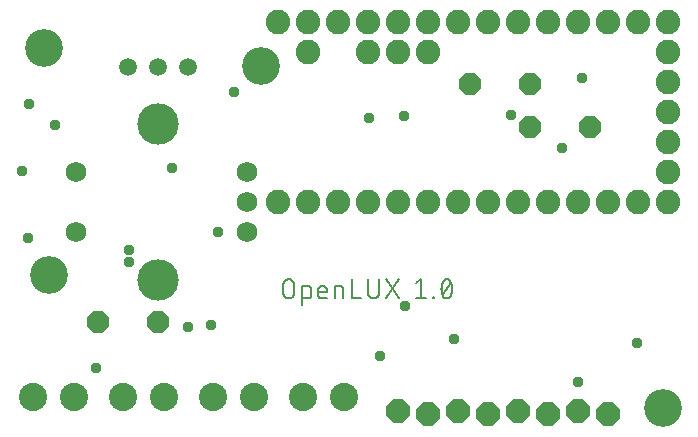
<source format=gbr>
G04 EAGLE Gerber RS-274X export*
G75*
%MOMM*%
%FSLAX34Y34*%
%LPD*%
%INSoldermask Top*%
%IPPOS*%
%AMOC8*
5,1,8,0,0,1.08239X$1,22.5*%
G01*
%ADD10C,3.203200*%
%ADD11C,0.152400*%
%ADD12C,2.082800*%
%ADD13C,1.727200*%
%ADD14C,3.505200*%
%ADD15P,2.144431X8X112.500000*%
%ADD16C,1.511200*%
%ADD17C,2.387600*%
%ADD18P,2.034460X8X22.500000*%
%ADD19C,0.959600*%


D10*
X43160Y346720D03*
X47110Y153900D03*
X567040Y41910D03*
X227290Y330870D03*
D11*
X245772Y146222D02*
X245772Y138998D01*
X245772Y146222D02*
X245774Y146355D01*
X245780Y146487D01*
X245790Y146619D01*
X245803Y146751D01*
X245821Y146883D01*
X245842Y147013D01*
X245867Y147144D01*
X245896Y147273D01*
X245929Y147401D01*
X245965Y147529D01*
X246005Y147655D01*
X246049Y147780D01*
X246097Y147904D01*
X246148Y148026D01*
X246203Y148147D01*
X246261Y148266D01*
X246323Y148384D01*
X246388Y148499D01*
X246457Y148613D01*
X246528Y148724D01*
X246604Y148833D01*
X246682Y148940D01*
X246763Y149045D01*
X246848Y149147D01*
X246935Y149247D01*
X247025Y149344D01*
X247118Y149439D01*
X247214Y149530D01*
X247312Y149619D01*
X247413Y149705D01*
X247517Y149788D01*
X247623Y149868D01*
X247731Y149944D01*
X247841Y150018D01*
X247954Y150088D01*
X248068Y150155D01*
X248185Y150218D01*
X248303Y150278D01*
X248423Y150335D01*
X248545Y150388D01*
X248668Y150437D01*
X248792Y150483D01*
X248918Y150525D01*
X249045Y150563D01*
X249173Y150598D01*
X249302Y150629D01*
X249431Y150656D01*
X249562Y150679D01*
X249693Y150699D01*
X249825Y150714D01*
X249957Y150726D01*
X250089Y150734D01*
X250222Y150738D01*
X250354Y150738D01*
X250487Y150734D01*
X250619Y150726D01*
X250751Y150714D01*
X250883Y150699D01*
X251014Y150679D01*
X251145Y150656D01*
X251274Y150629D01*
X251403Y150598D01*
X251531Y150563D01*
X251658Y150525D01*
X251784Y150483D01*
X251908Y150437D01*
X252031Y150388D01*
X252153Y150335D01*
X252273Y150278D01*
X252391Y150218D01*
X252508Y150155D01*
X252622Y150088D01*
X252735Y150018D01*
X252845Y149944D01*
X252953Y149868D01*
X253059Y149788D01*
X253163Y149705D01*
X253264Y149619D01*
X253362Y149530D01*
X253458Y149439D01*
X253551Y149344D01*
X253641Y149247D01*
X253728Y149147D01*
X253813Y149045D01*
X253894Y148940D01*
X253972Y148833D01*
X254048Y148724D01*
X254119Y148613D01*
X254188Y148499D01*
X254253Y148384D01*
X254315Y148266D01*
X254373Y148147D01*
X254428Y148026D01*
X254479Y147904D01*
X254527Y147780D01*
X254571Y147655D01*
X254611Y147529D01*
X254647Y147401D01*
X254680Y147273D01*
X254709Y147144D01*
X254734Y147013D01*
X254755Y146883D01*
X254773Y146751D01*
X254786Y146619D01*
X254796Y146487D01*
X254802Y146355D01*
X254804Y146222D01*
X254803Y146222D02*
X254803Y138998D01*
X254804Y138998D02*
X254802Y138865D01*
X254796Y138733D01*
X254786Y138601D01*
X254773Y138469D01*
X254755Y138337D01*
X254734Y138207D01*
X254709Y138076D01*
X254680Y137947D01*
X254647Y137819D01*
X254611Y137691D01*
X254571Y137565D01*
X254527Y137440D01*
X254479Y137316D01*
X254428Y137194D01*
X254373Y137073D01*
X254315Y136954D01*
X254253Y136836D01*
X254188Y136721D01*
X254119Y136607D01*
X254048Y136496D01*
X253972Y136387D01*
X253894Y136280D01*
X253813Y136175D01*
X253728Y136073D01*
X253641Y135973D01*
X253551Y135876D01*
X253458Y135781D01*
X253362Y135690D01*
X253264Y135601D01*
X253163Y135515D01*
X253059Y135432D01*
X252953Y135352D01*
X252845Y135276D01*
X252735Y135202D01*
X252622Y135132D01*
X252508Y135065D01*
X252391Y135002D01*
X252273Y134942D01*
X252153Y134885D01*
X252031Y134832D01*
X251908Y134783D01*
X251784Y134737D01*
X251658Y134695D01*
X251531Y134657D01*
X251403Y134622D01*
X251274Y134591D01*
X251145Y134564D01*
X251014Y134541D01*
X250883Y134521D01*
X250751Y134506D01*
X250619Y134494D01*
X250487Y134486D01*
X250354Y134482D01*
X250222Y134482D01*
X250089Y134486D01*
X249957Y134494D01*
X249825Y134506D01*
X249693Y134521D01*
X249562Y134541D01*
X249431Y134564D01*
X249302Y134591D01*
X249173Y134622D01*
X249045Y134657D01*
X248918Y134695D01*
X248792Y134737D01*
X248668Y134783D01*
X248545Y134832D01*
X248423Y134885D01*
X248303Y134942D01*
X248185Y135002D01*
X248068Y135065D01*
X247954Y135132D01*
X247841Y135202D01*
X247731Y135276D01*
X247623Y135352D01*
X247517Y135432D01*
X247413Y135515D01*
X247312Y135601D01*
X247214Y135690D01*
X247118Y135781D01*
X247025Y135876D01*
X246935Y135973D01*
X246848Y136073D01*
X246763Y136175D01*
X246682Y136280D01*
X246604Y136387D01*
X246528Y136496D01*
X246457Y136607D01*
X246388Y136721D01*
X246323Y136836D01*
X246261Y136954D01*
X246203Y137073D01*
X246148Y137194D01*
X246097Y137316D01*
X246049Y137440D01*
X246005Y137565D01*
X245965Y137691D01*
X245929Y137819D01*
X245896Y137947D01*
X245867Y138076D01*
X245842Y138207D01*
X245821Y138337D01*
X245803Y138469D01*
X245790Y138601D01*
X245780Y138733D01*
X245774Y138865D01*
X245772Y138998D01*
X261859Y145319D02*
X261859Y129063D01*
X261859Y145319D02*
X266374Y145319D01*
X266478Y145317D01*
X266581Y145311D01*
X266685Y145301D01*
X266788Y145287D01*
X266890Y145269D01*
X266991Y145248D01*
X267092Y145222D01*
X267191Y145193D01*
X267290Y145160D01*
X267387Y145123D01*
X267482Y145082D01*
X267576Y145038D01*
X267668Y144990D01*
X267758Y144939D01*
X267847Y144884D01*
X267933Y144826D01*
X268016Y144764D01*
X268098Y144700D01*
X268176Y144632D01*
X268252Y144562D01*
X268326Y144489D01*
X268396Y144412D01*
X268464Y144334D01*
X268528Y144252D01*
X268590Y144169D01*
X268648Y144083D01*
X268703Y143994D01*
X268754Y143904D01*
X268802Y143812D01*
X268846Y143718D01*
X268887Y143623D01*
X268924Y143526D01*
X268957Y143427D01*
X268986Y143328D01*
X269012Y143227D01*
X269033Y143126D01*
X269051Y143024D01*
X269065Y142921D01*
X269075Y142817D01*
X269081Y142714D01*
X269083Y142610D01*
X269083Y137191D01*
X269081Y137090D01*
X269075Y136989D01*
X269066Y136888D01*
X269053Y136787D01*
X269036Y136687D01*
X269015Y136588D01*
X268991Y136490D01*
X268963Y136393D01*
X268931Y136296D01*
X268896Y136201D01*
X268857Y136108D01*
X268815Y136016D01*
X268769Y135925D01*
X268720Y135836D01*
X268668Y135750D01*
X268612Y135665D01*
X268554Y135582D01*
X268492Y135502D01*
X268427Y135424D01*
X268360Y135348D01*
X268290Y135275D01*
X268217Y135205D01*
X268141Y135138D01*
X268063Y135073D01*
X267983Y135011D01*
X267900Y134953D01*
X267815Y134897D01*
X267729Y134845D01*
X267640Y134796D01*
X267549Y134750D01*
X267457Y134708D01*
X267364Y134669D01*
X267269Y134634D01*
X267172Y134602D01*
X267075Y134574D01*
X266977Y134550D01*
X266878Y134529D01*
X266778Y134512D01*
X266677Y134499D01*
X266576Y134490D01*
X266475Y134484D01*
X266374Y134482D01*
X261859Y134482D01*
X278042Y134482D02*
X282557Y134482D01*
X278042Y134482D02*
X277941Y134484D01*
X277840Y134490D01*
X277739Y134499D01*
X277638Y134512D01*
X277538Y134529D01*
X277439Y134550D01*
X277341Y134574D01*
X277244Y134602D01*
X277147Y134634D01*
X277052Y134669D01*
X276959Y134708D01*
X276867Y134750D01*
X276776Y134796D01*
X276688Y134845D01*
X276601Y134897D01*
X276516Y134953D01*
X276433Y135011D01*
X276353Y135073D01*
X276275Y135138D01*
X276199Y135205D01*
X276126Y135275D01*
X276056Y135348D01*
X275989Y135424D01*
X275924Y135502D01*
X275862Y135582D01*
X275804Y135665D01*
X275748Y135750D01*
X275696Y135837D01*
X275647Y135925D01*
X275601Y136016D01*
X275559Y136108D01*
X275520Y136201D01*
X275485Y136296D01*
X275453Y136393D01*
X275425Y136490D01*
X275401Y136588D01*
X275380Y136687D01*
X275363Y136787D01*
X275350Y136888D01*
X275341Y136989D01*
X275335Y137090D01*
X275333Y137191D01*
X275332Y137191D02*
X275332Y141707D01*
X275333Y141707D02*
X275335Y141826D01*
X275341Y141946D01*
X275351Y142065D01*
X275365Y142183D01*
X275382Y142302D01*
X275404Y142419D01*
X275429Y142536D01*
X275459Y142651D01*
X275492Y142766D01*
X275529Y142880D01*
X275569Y142992D01*
X275614Y143103D01*
X275662Y143212D01*
X275713Y143320D01*
X275768Y143426D01*
X275827Y143530D01*
X275889Y143632D01*
X275954Y143732D01*
X276023Y143830D01*
X276095Y143926D01*
X276170Y144019D01*
X276247Y144109D01*
X276328Y144197D01*
X276412Y144282D01*
X276499Y144364D01*
X276588Y144444D01*
X276680Y144520D01*
X276774Y144594D01*
X276871Y144664D01*
X276969Y144731D01*
X277070Y144795D01*
X277174Y144855D01*
X277279Y144912D01*
X277386Y144965D01*
X277494Y145015D01*
X277604Y145061D01*
X277716Y145103D01*
X277829Y145142D01*
X277943Y145177D01*
X278058Y145208D01*
X278175Y145236D01*
X278292Y145259D01*
X278409Y145279D01*
X278528Y145295D01*
X278647Y145307D01*
X278766Y145315D01*
X278885Y145319D01*
X279005Y145319D01*
X279124Y145315D01*
X279243Y145307D01*
X279362Y145295D01*
X279481Y145279D01*
X279598Y145259D01*
X279715Y145236D01*
X279832Y145208D01*
X279947Y145177D01*
X280061Y145142D01*
X280174Y145103D01*
X280286Y145061D01*
X280396Y145015D01*
X280504Y144965D01*
X280611Y144912D01*
X280716Y144855D01*
X280820Y144795D01*
X280921Y144731D01*
X281019Y144664D01*
X281116Y144594D01*
X281210Y144520D01*
X281302Y144444D01*
X281391Y144364D01*
X281478Y144282D01*
X281562Y144197D01*
X281643Y144109D01*
X281720Y144019D01*
X281795Y143926D01*
X281867Y143830D01*
X281936Y143732D01*
X282001Y143632D01*
X282063Y143530D01*
X282122Y143426D01*
X282177Y143320D01*
X282228Y143212D01*
X282276Y143103D01*
X282321Y142992D01*
X282361Y142880D01*
X282398Y142766D01*
X282431Y142651D01*
X282461Y142536D01*
X282486Y142419D01*
X282508Y142302D01*
X282525Y142183D01*
X282539Y142065D01*
X282549Y141946D01*
X282555Y141826D01*
X282557Y141707D01*
X282557Y139901D01*
X275332Y139901D01*
X289400Y134482D02*
X289400Y145319D01*
X293916Y145319D01*
X294020Y145317D01*
X294123Y145311D01*
X294227Y145301D01*
X294330Y145287D01*
X294432Y145269D01*
X294533Y145248D01*
X294634Y145222D01*
X294733Y145193D01*
X294832Y145160D01*
X294929Y145123D01*
X295024Y145082D01*
X295118Y145038D01*
X295210Y144990D01*
X295300Y144939D01*
X295389Y144884D01*
X295475Y144826D01*
X295558Y144764D01*
X295640Y144700D01*
X295718Y144632D01*
X295794Y144562D01*
X295868Y144489D01*
X295938Y144412D01*
X296006Y144334D01*
X296070Y144252D01*
X296132Y144169D01*
X296190Y144083D01*
X296245Y143994D01*
X296296Y143904D01*
X296344Y143812D01*
X296388Y143718D01*
X296429Y143623D01*
X296466Y143526D01*
X296499Y143427D01*
X296528Y143328D01*
X296554Y143227D01*
X296575Y143126D01*
X296593Y143024D01*
X296607Y142921D01*
X296617Y142817D01*
X296623Y142714D01*
X296625Y142610D01*
X296625Y134482D01*
X304158Y134482D02*
X304158Y150738D01*
X304158Y134482D02*
X311383Y134482D01*
X317676Y138998D02*
X317676Y150738D01*
X317675Y138998D02*
X317677Y138865D01*
X317683Y138733D01*
X317693Y138601D01*
X317706Y138469D01*
X317724Y138337D01*
X317745Y138207D01*
X317770Y138076D01*
X317799Y137947D01*
X317832Y137819D01*
X317868Y137691D01*
X317908Y137565D01*
X317952Y137440D01*
X318000Y137316D01*
X318051Y137194D01*
X318106Y137073D01*
X318164Y136954D01*
X318226Y136836D01*
X318291Y136721D01*
X318360Y136607D01*
X318431Y136496D01*
X318507Y136387D01*
X318585Y136280D01*
X318666Y136175D01*
X318751Y136073D01*
X318838Y135973D01*
X318928Y135876D01*
X319021Y135781D01*
X319117Y135690D01*
X319215Y135601D01*
X319316Y135515D01*
X319420Y135432D01*
X319526Y135352D01*
X319634Y135276D01*
X319744Y135202D01*
X319857Y135132D01*
X319971Y135065D01*
X320088Y135002D01*
X320206Y134942D01*
X320326Y134885D01*
X320448Y134832D01*
X320571Y134783D01*
X320695Y134737D01*
X320821Y134695D01*
X320948Y134657D01*
X321076Y134622D01*
X321205Y134591D01*
X321334Y134564D01*
X321465Y134541D01*
X321596Y134521D01*
X321728Y134506D01*
X321860Y134494D01*
X321992Y134486D01*
X322125Y134482D01*
X322257Y134482D01*
X322390Y134486D01*
X322522Y134494D01*
X322654Y134506D01*
X322786Y134521D01*
X322917Y134541D01*
X323048Y134564D01*
X323177Y134591D01*
X323306Y134622D01*
X323434Y134657D01*
X323561Y134695D01*
X323687Y134737D01*
X323811Y134783D01*
X323934Y134832D01*
X324056Y134885D01*
X324176Y134942D01*
X324294Y135002D01*
X324411Y135065D01*
X324525Y135132D01*
X324638Y135202D01*
X324748Y135276D01*
X324856Y135352D01*
X324962Y135432D01*
X325066Y135515D01*
X325167Y135601D01*
X325265Y135690D01*
X325361Y135781D01*
X325454Y135876D01*
X325544Y135973D01*
X325631Y136073D01*
X325716Y136175D01*
X325797Y136280D01*
X325875Y136387D01*
X325951Y136496D01*
X326022Y136607D01*
X326091Y136721D01*
X326156Y136836D01*
X326218Y136954D01*
X326276Y137073D01*
X326331Y137194D01*
X326382Y137316D01*
X326430Y137440D01*
X326474Y137565D01*
X326514Y137691D01*
X326550Y137819D01*
X326583Y137947D01*
X326612Y138076D01*
X326637Y138207D01*
X326658Y138337D01*
X326676Y138469D01*
X326689Y138601D01*
X326699Y138733D01*
X326705Y138865D01*
X326707Y138998D01*
X326707Y150738D01*
X343762Y150738D02*
X332925Y134482D01*
X343762Y134482D02*
X332925Y150738D01*
X357796Y147126D02*
X362311Y150738D01*
X362311Y134482D01*
X357796Y134482D02*
X366827Y134482D01*
X372802Y134482D02*
X372802Y135385D01*
X373705Y135385D01*
X373705Y134482D01*
X372802Y134482D01*
X379680Y142610D02*
X379684Y142930D01*
X379695Y143249D01*
X379714Y143569D01*
X379741Y143887D01*
X379775Y144205D01*
X379817Y144522D01*
X379867Y144838D01*
X379924Y145153D01*
X379988Y145466D01*
X380060Y145778D01*
X380139Y146088D01*
X380226Y146395D01*
X380320Y146701D01*
X380421Y147004D01*
X380530Y147305D01*
X380645Y147603D01*
X380768Y147899D01*
X380898Y148191D01*
X381035Y148480D01*
X381034Y148481D02*
X381073Y148589D01*
X381116Y148696D01*
X381162Y148801D01*
X381213Y148905D01*
X381266Y149007D01*
X381323Y149107D01*
X381384Y149205D01*
X381448Y149300D01*
X381515Y149394D01*
X381586Y149485D01*
X381659Y149574D01*
X381736Y149660D01*
X381815Y149743D01*
X381897Y149824D01*
X381982Y149902D01*
X382070Y149976D01*
X382160Y150048D01*
X382252Y150116D01*
X382347Y150182D01*
X382444Y150244D01*
X382543Y150302D01*
X382645Y150358D01*
X382747Y150409D01*
X382852Y150457D01*
X382958Y150502D01*
X383066Y150543D01*
X383175Y150580D01*
X383285Y150613D01*
X383397Y150642D01*
X383509Y150668D01*
X383622Y150690D01*
X383736Y150707D01*
X383850Y150721D01*
X383965Y150731D01*
X384080Y150737D01*
X384195Y150739D01*
X384195Y150738D02*
X384310Y150736D01*
X384425Y150730D01*
X384540Y150720D01*
X384654Y150706D01*
X384768Y150689D01*
X384881Y150667D01*
X384993Y150641D01*
X385105Y150612D01*
X385215Y150579D01*
X385324Y150542D01*
X385432Y150501D01*
X385538Y150456D01*
X385643Y150408D01*
X385745Y150357D01*
X385846Y150301D01*
X385946Y150243D01*
X386043Y150181D01*
X386137Y150116D01*
X386230Y150047D01*
X386320Y149975D01*
X386408Y149901D01*
X386493Y149823D01*
X386575Y149742D01*
X386654Y149659D01*
X386731Y149573D01*
X386804Y149484D01*
X386875Y149393D01*
X386942Y149299D01*
X387006Y149204D01*
X387067Y149106D01*
X387124Y149006D01*
X387177Y148904D01*
X387228Y148800D01*
X387274Y148695D01*
X387317Y148588D01*
X387356Y148480D01*
X387355Y148480D02*
X387492Y148191D01*
X387622Y147899D01*
X387745Y147603D01*
X387860Y147305D01*
X387969Y147004D01*
X388070Y146701D01*
X388164Y146395D01*
X388251Y146088D01*
X388330Y145778D01*
X388402Y145466D01*
X388466Y145153D01*
X388523Y144838D01*
X388573Y144522D01*
X388615Y144205D01*
X388649Y143887D01*
X388676Y143569D01*
X388695Y143249D01*
X388706Y142930D01*
X388710Y142610D01*
X379680Y142610D02*
X379684Y142290D01*
X379695Y141971D01*
X379714Y141651D01*
X379741Y141333D01*
X379775Y141015D01*
X379817Y140698D01*
X379867Y140382D01*
X379924Y140067D01*
X379988Y139754D01*
X380060Y139442D01*
X380139Y139132D01*
X380226Y138825D01*
X380320Y138519D01*
X380421Y138216D01*
X380530Y137915D01*
X380645Y137617D01*
X380768Y137321D01*
X380898Y137029D01*
X381035Y136740D01*
X381034Y136740D02*
X381073Y136632D01*
X381116Y136525D01*
X381162Y136420D01*
X381213Y136316D01*
X381266Y136214D01*
X381323Y136114D01*
X381384Y136016D01*
X381448Y135921D01*
X381515Y135827D01*
X381586Y135736D01*
X381659Y135647D01*
X381736Y135561D01*
X381815Y135478D01*
X381897Y135397D01*
X381982Y135319D01*
X382070Y135245D01*
X382160Y135173D01*
X382253Y135104D01*
X382347Y135039D01*
X382444Y134977D01*
X382544Y134919D01*
X382645Y134863D01*
X382747Y134812D01*
X382852Y134764D01*
X382958Y134719D01*
X383066Y134678D01*
X383175Y134641D01*
X383285Y134608D01*
X383397Y134579D01*
X383509Y134553D01*
X383622Y134531D01*
X383736Y134514D01*
X383850Y134500D01*
X383965Y134490D01*
X384080Y134484D01*
X384195Y134482D01*
X387355Y136740D02*
X387492Y137029D01*
X387622Y137321D01*
X387745Y137617D01*
X387860Y137915D01*
X387969Y138216D01*
X388070Y138519D01*
X388164Y138825D01*
X388251Y139132D01*
X388330Y139442D01*
X388402Y139754D01*
X388466Y140067D01*
X388523Y140382D01*
X388573Y140698D01*
X388615Y141015D01*
X388649Y141333D01*
X388676Y141651D01*
X388695Y141971D01*
X388706Y142290D01*
X388710Y142610D01*
X387356Y136740D02*
X387317Y136632D01*
X387274Y136525D01*
X387228Y136420D01*
X387177Y136316D01*
X387124Y136214D01*
X387067Y136114D01*
X387006Y136016D01*
X386942Y135921D01*
X386875Y135827D01*
X386804Y135736D01*
X386731Y135647D01*
X386654Y135561D01*
X386575Y135478D01*
X386493Y135397D01*
X386408Y135319D01*
X386320Y135245D01*
X386230Y135173D01*
X386137Y135104D01*
X386043Y135039D01*
X385946Y134977D01*
X385846Y134919D01*
X385745Y134863D01*
X385642Y134812D01*
X385538Y134764D01*
X385432Y134719D01*
X385324Y134678D01*
X385215Y134641D01*
X385105Y134608D01*
X384993Y134579D01*
X384881Y134553D01*
X384768Y134531D01*
X384654Y134514D01*
X384540Y134500D01*
X384425Y134490D01*
X384310Y134484D01*
X384195Y134482D01*
X380583Y138094D02*
X387807Y147126D01*
D12*
X571500Y368300D03*
X546100Y368300D03*
X520700Y368300D03*
X495300Y368300D03*
X469900Y368300D03*
X444500Y368300D03*
X419100Y368300D03*
X393700Y368300D03*
X368300Y368300D03*
X342900Y368300D03*
X317500Y368300D03*
X292100Y368300D03*
X266700Y368300D03*
X241300Y368300D03*
X571500Y215900D03*
X546100Y215900D03*
X520700Y215900D03*
X495300Y215900D03*
X469900Y215900D03*
X444500Y215900D03*
X419100Y215900D03*
X393700Y215900D03*
X368300Y215900D03*
X342900Y215900D03*
X317500Y215900D03*
X292100Y215900D03*
X266700Y215900D03*
X241300Y215900D03*
X571500Y342900D03*
X571500Y317500D03*
X571500Y292100D03*
X571500Y266700D03*
X571500Y241300D03*
X368300Y342900D03*
X342900Y342900D03*
X317500Y342900D03*
X266700Y342900D03*
D13*
X214630Y215900D03*
X69850Y241300D03*
D14*
X139700Y281940D03*
X139700Y149860D03*
D13*
X69850Y190500D03*
X214630Y241300D03*
X214630Y190500D03*
D15*
X342900Y39370D03*
X368300Y36830D03*
X393700Y39370D03*
X419100Y36830D03*
X444500Y39370D03*
X469900Y36830D03*
X495300Y39370D03*
X520700Y36830D03*
D16*
X114300Y330200D03*
X139700Y330200D03*
X165100Y330200D03*
D17*
X221200Y50800D03*
X186200Y50800D03*
X68800Y50800D03*
X33800Y50800D03*
X145000Y50800D03*
X110000Y50800D03*
X297400Y50800D03*
X262400Y50800D03*
D18*
X88900Y114300D03*
X139700Y114300D03*
X454280Y279320D03*
X505080Y279320D03*
X403750Y316040D03*
X454550Y316040D03*
D19*
X30510Y298860D03*
X52870Y281340D03*
X24770Y242050D03*
X29300Y185540D03*
X87010Y75850D03*
X184590Y111510D03*
X151360Y244770D03*
X348630Y127990D03*
X390020Y99720D03*
X545310Y96700D03*
X438360Y289800D03*
X481560Y261700D03*
X318720Y287080D03*
X204260Y309280D03*
X347610Y289250D03*
X498680Y320600D03*
X495300Y63500D03*
X115000Y165000D03*
X115000Y175000D03*
X327320Y85770D03*
X165000Y110000D03*
X190500Y190500D03*
M02*

</source>
